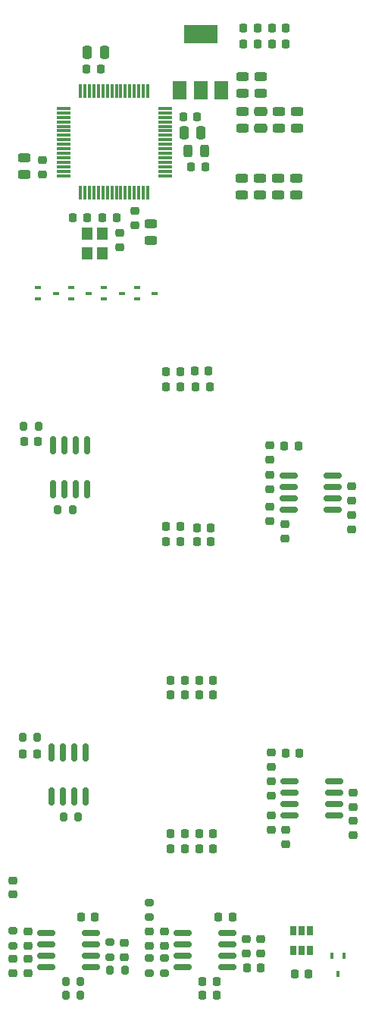
<source format=gbr>
G04 #@! TF.GenerationSoftware,KiCad,Pcbnew,6.0.4+dfsg-1+b1*
G04 #@! TF.CreationDate,2022-05-20T09:30:11+02:00*
G04 #@! TF.ProjectId,demiurge,64656d69-7572-4676-952e-6b696361645f,A*
G04 #@! TF.SameCoordinates,Original*
G04 #@! TF.FileFunction,Paste,Top*
G04 #@! TF.FilePolarity,Positive*
%FSLAX46Y46*%
G04 Gerber Fmt 4.6, Leading zero omitted, Abs format (unit mm)*
G04 Created by KiCad (PCBNEW 6.0.4+dfsg-1+b1) date 2022-05-20 09:30:11*
%MOMM*%
%LPD*%
G01*
G04 APERTURE LIST*
G04 Aperture macros list*
%AMRoundRect*
0 Rectangle with rounded corners*
0 $1 Rounding radius*
0 $2 $3 $4 $5 $6 $7 $8 $9 X,Y pos of 4 corners*
0 Add a 4 corners polygon primitive as box body*
4,1,4,$2,$3,$4,$5,$6,$7,$8,$9,$2,$3,0*
0 Add four circle primitives for the rounded corners*
1,1,$1+$1,$2,$3*
1,1,$1+$1,$4,$5*
1,1,$1+$1,$6,$7*
1,1,$1+$1,$8,$9*
0 Add four rect primitives between the rounded corners*
20,1,$1+$1,$2,$3,$4,$5,0*
20,1,$1+$1,$4,$5,$6,$7,0*
20,1,$1+$1,$6,$7,$8,$9,0*
20,1,$1+$1,$8,$9,$2,$3,0*%
G04 Aperture macros list end*
%ADD10RoundRect,0.218750X0.256250X-0.218750X0.256250X0.218750X-0.256250X0.218750X-0.256250X-0.218750X0*%
%ADD11RoundRect,0.218750X0.218750X0.256250X-0.218750X0.256250X-0.218750X-0.256250X0.218750X-0.256250X0*%
%ADD12RoundRect,0.250000X-0.475000X0.250000X-0.475000X-0.250000X0.475000X-0.250000X0.475000X0.250000X0*%
%ADD13R,0.700000X0.450000*%
%ADD14RoundRect,0.218750X-0.218750X-0.256250X0.218750X-0.256250X0.218750X0.256250X-0.218750X0.256250X0*%
%ADD15RoundRect,0.218750X-0.256250X0.218750X-0.256250X-0.218750X0.256250X-0.218750X0.256250X0.218750X0*%
%ADD16RoundRect,0.200000X-0.200000X-0.275000X0.200000X-0.275000X0.200000X0.275000X-0.200000X0.275000X0*%
%ADD17RoundRect,0.150000X0.150000X-0.825000X0.150000X0.825000X-0.150000X0.825000X-0.150000X-0.825000X0*%
%ADD18R,0.450000X0.700000*%
%ADD19RoundRect,0.243750X-0.456250X0.243750X-0.456250X-0.243750X0.456250X-0.243750X0.456250X0.243750X0*%
%ADD20RoundRect,0.243750X0.456250X-0.243750X0.456250X0.243750X-0.456250X0.243750X-0.456250X-0.243750X0*%
%ADD21RoundRect,0.243750X-0.243750X-0.456250X0.243750X-0.456250X0.243750X0.456250X-0.243750X0.456250X0*%
%ADD22RoundRect,0.200000X0.200000X0.275000X-0.200000X0.275000X-0.200000X-0.275000X0.200000X-0.275000X0*%
%ADD23RoundRect,0.250000X-0.250000X-0.475000X0.250000X-0.475000X0.250000X0.475000X-0.250000X0.475000X0*%
%ADD24RoundRect,0.225000X0.225000X0.250000X-0.225000X0.250000X-0.225000X-0.250000X0.225000X-0.250000X0*%
%ADD25R,0.650000X1.060000*%
%ADD26RoundRect,0.200000X-0.275000X0.200000X-0.275000X-0.200000X0.275000X-0.200000X0.275000X0.200000X0*%
%ADD27RoundRect,0.200000X0.275000X-0.200000X0.275000X0.200000X-0.275000X0.200000X-0.275000X-0.200000X0*%
%ADD28RoundRect,0.225000X-0.225000X-0.250000X0.225000X-0.250000X0.225000X0.250000X-0.225000X0.250000X0*%
%ADD29R,1.200000X1.400000*%
%ADD30RoundRect,0.150000X-0.825000X-0.150000X0.825000X-0.150000X0.825000X0.150000X-0.825000X0.150000X0*%
%ADD31R,1.500000X2.000000*%
%ADD32R,3.800000X2.000000*%
%ADD33RoundRect,0.075000X0.075000X-0.700000X0.075000X0.700000X-0.075000X0.700000X-0.075000X-0.700000X0*%
%ADD34RoundRect,0.075000X0.700000X-0.075000X0.700000X0.075000X-0.700000X0.075000X-0.700000X-0.075000X0*%
G04 APERTURE END LIST*
D10*
X80899000Y-68097500D03*
X80899000Y-66522500D03*
D11*
X99466500Y-90043000D03*
X97891500Y-90043000D03*
D12*
X105283000Y-61104500D03*
X105283000Y-63004500D03*
D11*
X109499500Y-98425000D03*
X107924500Y-98425000D03*
D13*
X80407000Y-80757000D03*
X80407000Y-82057000D03*
X82407000Y-81407000D03*
D11*
X110642500Y-157353000D03*
X109067500Y-157353000D03*
D10*
X106426000Y-141249500D03*
X106426000Y-139674500D03*
X106426000Y-134264500D03*
X106426000Y-132689500D03*
D14*
X98145500Y-109093000D03*
X99720500Y-109093000D03*
D11*
X96291500Y-109093000D03*
X94716500Y-109093000D03*
D14*
X98399500Y-126238000D03*
X99974500Y-126238000D03*
D11*
X96799500Y-126238000D03*
X95224500Y-126238000D03*
D15*
X106426000Y-135864500D03*
X106426000Y-137439500D03*
D14*
X98399500Y-143383000D03*
X99974500Y-143383000D03*
D11*
X96799500Y-143383000D03*
X95224500Y-143383000D03*
D15*
X115443000Y-102971500D03*
X115443000Y-104546500D03*
X94488000Y-152628500D03*
X94488000Y-154203500D03*
D11*
X100355500Y-159766000D03*
X98780500Y-159766000D03*
D15*
X103632000Y-153517500D03*
X103632000Y-155092500D03*
D16*
X82614000Y-105537000D03*
X84264000Y-105537000D03*
D17*
X81915000Y-137603000D03*
X83185000Y-137603000D03*
X84455000Y-137603000D03*
X85725000Y-137603000D03*
X85725000Y-132653000D03*
X84455000Y-132653000D03*
X83185000Y-132653000D03*
X81915000Y-132653000D03*
D14*
X103352500Y-51816000D03*
X104927500Y-51816000D03*
D18*
X114569000Y-155337000D03*
X113269000Y-155337000D03*
X113919000Y-157337000D03*
D14*
X103352500Y-53594000D03*
X104927500Y-53594000D03*
X106527500Y-53594000D03*
X108102500Y-53594000D03*
D11*
X108102500Y-51816000D03*
X106527500Y-51816000D03*
D19*
X92964000Y-73611500D03*
X92964000Y-75486500D03*
D15*
X91186000Y-72237500D03*
X91186000Y-73812500D03*
D20*
X105283000Y-59103500D03*
X105283000Y-57228500D03*
D19*
X109220000Y-68531500D03*
X109220000Y-70406500D03*
D21*
X97106500Y-65532000D03*
X98981500Y-65532000D03*
D19*
X107188000Y-68531500D03*
X107188000Y-70406500D03*
D20*
X78867000Y-68120500D03*
X78867000Y-66245500D03*
D19*
X105156000Y-68531500D03*
X105156000Y-70406500D03*
D11*
X102133500Y-151003000D03*
X100558500Y-151003000D03*
D15*
X92837000Y-152628500D03*
X92837000Y-154203500D03*
D22*
X80454000Y-96266000D03*
X78804000Y-96266000D03*
X80327000Y-130937000D03*
X78677000Y-130937000D03*
D14*
X94716500Y-90170000D03*
X96291500Y-90170000D03*
X94716500Y-107442000D03*
X96291500Y-107442000D03*
D15*
X115570000Y-140309500D03*
X115570000Y-141884500D03*
D10*
X106299000Y-99974500D03*
X106299000Y-98399500D03*
X77597000Y-148513900D03*
X77597000Y-146938900D03*
D15*
X115570000Y-137134500D03*
X115570000Y-138709500D03*
X115443000Y-106146500D03*
X115443000Y-107721500D03*
X106299000Y-101701500D03*
X106299000Y-103276500D03*
D10*
X77597000Y-157251500D03*
X77597000Y-155676500D03*
D15*
X79248000Y-155676500D03*
X79248000Y-157251500D03*
D11*
X96291500Y-91821000D03*
X94716500Y-91821000D03*
X86766500Y-151003000D03*
X85191500Y-151003000D03*
D10*
X90043000Y-155473500D03*
X90043000Y-153898500D03*
D14*
X98018500Y-91821000D03*
X99593500Y-91821000D03*
D10*
X106299000Y-106832500D03*
X106299000Y-105257500D03*
D13*
X87773000Y-80757000D03*
X87773000Y-82057000D03*
X89773000Y-81407000D03*
D19*
X103124000Y-68531500D03*
X103124000Y-70406500D03*
X109347000Y-61117000D03*
X109347000Y-62992000D03*
D11*
X80416500Y-97917000D03*
X78841500Y-97917000D03*
D14*
X95224500Y-124587000D03*
X96799500Y-124587000D03*
X95224500Y-141732000D03*
X96799500Y-141732000D03*
X85826500Y-56388000D03*
X87401500Y-56388000D03*
D10*
X89535000Y-76225500D03*
X89535000Y-74650500D03*
D11*
X80289500Y-132842000D03*
X78714500Y-132842000D03*
D20*
X103251000Y-59103500D03*
X103251000Y-57228500D03*
D19*
X103251000Y-61117000D03*
X103251000Y-62992000D03*
D23*
X96713000Y-63500000D03*
X98613000Y-63500000D03*
D24*
X99962000Y-124587000D03*
X98412000Y-124587000D03*
X99962000Y-141732000D03*
X98412000Y-141732000D03*
D19*
X107315000Y-61117000D03*
X107315000Y-62992000D03*
D15*
X108077000Y-141325500D03*
X108077000Y-142900500D03*
X107950000Y-107162500D03*
X107950000Y-108737500D03*
D16*
X83249000Y-139827000D03*
X84899000Y-139827000D03*
D13*
X91456000Y-80757000D03*
X91456000Y-82057000D03*
X93456000Y-81407000D03*
X84090000Y-80757000D03*
X84090000Y-82057000D03*
X86090000Y-81407000D03*
D25*
X110805000Y-152570000D03*
X109855000Y-152570000D03*
X108905000Y-152570000D03*
X108905000Y-154770000D03*
X109855000Y-154770000D03*
X110805000Y-154770000D03*
D11*
X99720500Y-107569000D03*
X98145500Y-107569000D03*
D10*
X105283000Y-155092500D03*
X105283000Y-153517500D03*
D26*
X77597000Y-152591000D03*
X77597000Y-154241000D03*
D22*
X85153000Y-159766000D03*
X83503000Y-159766000D03*
X90106000Y-156972000D03*
X88456000Y-156972000D03*
D27*
X92837000Y-151066000D03*
X92837000Y-149416000D03*
X92837000Y-157289000D03*
X92837000Y-155639000D03*
D26*
X94488000Y-155639000D03*
X94488000Y-157289000D03*
D16*
X83503000Y-158242000D03*
X85153000Y-158242000D03*
D26*
X88392000Y-153861000D03*
X88392000Y-155511000D03*
D11*
X105308500Y-156718000D03*
X103733500Y-156718000D03*
D14*
X98780500Y-158242000D03*
X100355500Y-158242000D03*
D15*
X79248000Y-152628500D03*
X79248000Y-154203500D03*
D11*
X109626500Y-132715000D03*
X108051500Y-132715000D03*
D28*
X87617000Y-72948800D03*
X89167000Y-72948800D03*
D17*
X82042000Y-103313000D03*
X83312000Y-103313000D03*
X84582000Y-103313000D03*
X85852000Y-103313000D03*
X85852000Y-98363000D03*
X84582000Y-98363000D03*
X83312000Y-98363000D03*
X82042000Y-98363000D03*
D29*
X87591000Y-76969800D03*
X87591000Y-74769800D03*
X85891000Y-74769800D03*
X85891000Y-76969800D03*
D30*
X108523000Y-135890000D03*
X108523000Y-137160000D03*
X108523000Y-138430000D03*
X108523000Y-139700000D03*
X113473000Y-139700000D03*
X113473000Y-138430000D03*
X113473000Y-137160000D03*
X113473000Y-135890000D03*
D24*
X85865000Y-72948800D03*
X84315000Y-72948800D03*
D28*
X97523000Y-67310000D03*
X99073000Y-67310000D03*
D30*
X81345000Y-152781000D03*
X81345000Y-154051000D03*
X81345000Y-155321000D03*
X81345000Y-156591000D03*
X86295000Y-156591000D03*
X86295000Y-155321000D03*
X86295000Y-154051000D03*
X86295000Y-152781000D03*
X108396000Y-101727000D03*
X108396000Y-102997000D03*
X108396000Y-104267000D03*
X108396000Y-105537000D03*
X113346000Y-105537000D03*
X113346000Y-104267000D03*
X113346000Y-102997000D03*
X113346000Y-101727000D03*
D31*
X96252000Y-58750000D03*
X98552000Y-58750000D03*
D32*
X98552000Y-52450000D03*
D31*
X100852000Y-58750000D03*
D23*
X85918000Y-54483000D03*
X87818000Y-54483000D03*
D33*
X85150000Y-70191000D03*
X85650000Y-70191000D03*
X86150000Y-70191000D03*
X86650000Y-70191000D03*
X87150000Y-70191000D03*
X87650000Y-70191000D03*
X88150000Y-70191000D03*
X88650000Y-70191000D03*
X89150000Y-70191000D03*
X89650000Y-70191000D03*
X90150000Y-70191000D03*
X90650000Y-70191000D03*
X91150000Y-70191000D03*
X91650000Y-70191000D03*
X92150000Y-70191000D03*
X92650000Y-70191000D03*
D34*
X94575000Y-68266000D03*
X94575000Y-67766000D03*
X94575000Y-67266000D03*
X94575000Y-66766000D03*
X94575000Y-66266000D03*
X94575000Y-65766000D03*
X94575000Y-65266000D03*
X94575000Y-64766000D03*
X94575000Y-64266000D03*
X94575000Y-63766000D03*
X94575000Y-63266000D03*
X94575000Y-62766000D03*
X94575000Y-62266000D03*
X94575000Y-61766000D03*
X94575000Y-61266000D03*
X94575000Y-60766000D03*
D33*
X92650000Y-58841000D03*
X92150000Y-58841000D03*
X91650000Y-58841000D03*
X91150000Y-58841000D03*
X90650000Y-58841000D03*
X90150000Y-58841000D03*
X89650000Y-58841000D03*
X89150000Y-58841000D03*
X88650000Y-58841000D03*
X88150000Y-58841000D03*
X87650000Y-58841000D03*
X87150000Y-58841000D03*
X86650000Y-58841000D03*
X86150000Y-58841000D03*
X85650000Y-58841000D03*
X85150000Y-58841000D03*
D34*
X83225000Y-60766000D03*
X83225000Y-61266000D03*
X83225000Y-61766000D03*
X83225000Y-62266000D03*
X83225000Y-62766000D03*
X83225000Y-63266000D03*
X83225000Y-63766000D03*
X83225000Y-64266000D03*
X83225000Y-64766000D03*
X83225000Y-65266000D03*
X83225000Y-65766000D03*
X83225000Y-66266000D03*
X83225000Y-66766000D03*
X83225000Y-67266000D03*
X83225000Y-67766000D03*
X83225000Y-68266000D03*
D30*
X96585000Y-152781000D03*
X96585000Y-154051000D03*
X96585000Y-155321000D03*
X96585000Y-156591000D03*
X101535000Y-156591000D03*
X101535000Y-155321000D03*
X101535000Y-154051000D03*
X101535000Y-152781000D03*
D28*
X96634000Y-61722000D03*
X98184000Y-61722000D03*
M02*

</source>
